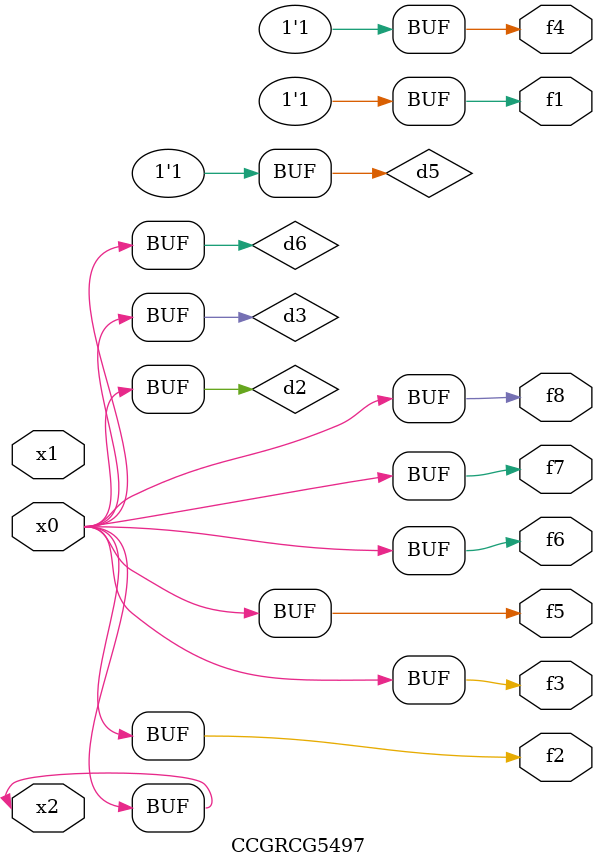
<source format=v>
module CCGRCG5497(
	input x0, x1, x2,
	output f1, f2, f3, f4, f5, f6, f7, f8
);

	wire d1, d2, d3, d4, d5, d6;

	xnor (d1, x2);
	buf (d2, x0, x2);
	and (d3, x0);
	xnor (d4, x1, x2);
	nand (d5, d1, d3);
	buf (d6, d2, d3);
	assign f1 = d5;
	assign f2 = d6;
	assign f3 = d6;
	assign f4 = d5;
	assign f5 = d6;
	assign f6 = d6;
	assign f7 = d6;
	assign f8 = d6;
endmodule

</source>
